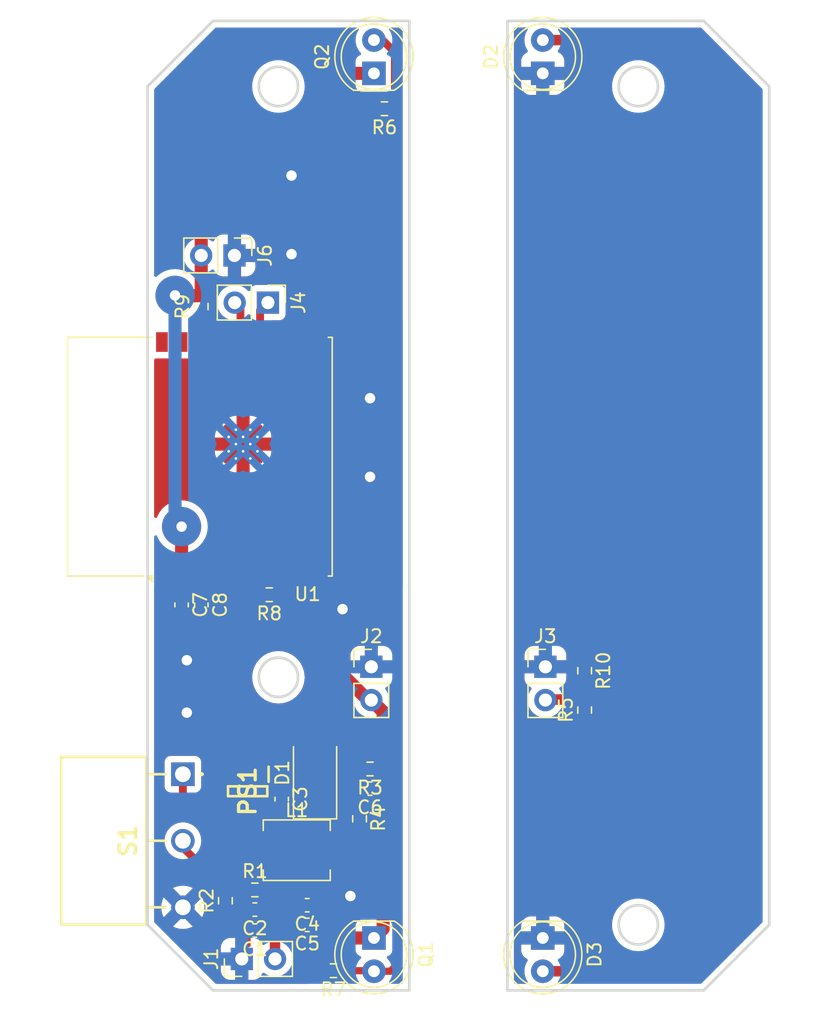
<source format=kicad_pcb>
(kicad_pcb (version 20240108) (generator "pcbnew") (generator_version "8.0")
  (layers (0 "F.Cu" signal) (31 "B.Cu" signal) (34 "B.Paste" user) (35 "F.Paste" user) (36 "B.SilkS" user "B.Silkscreen") (37 "F.SilkS" user "F.Silkscreen") (38 "B.Mask" user) (39 "F.Mask" user) (44 "Edge.Cuts" user))
  (net 0 "")
  (net 1 "GND")
  (net 2 "+BATT")
  (net 3 "Net-(PS1-BST)")
  (net 4 "Net-(D1-K)")
  (net 5 "+3.3V")
  (net 6 "/V_FB")
  (net 7 "Net-(D2-A)")
  (net 8 "Net-(D3-A)")
  (net 9 "Net-(PS1-EN)")
  (net 10 "/SecondSensor")
  (net 11 "/FirstSensor")
  (net 12 "Net-(S1-NO)")
  (net 13 "Net-(U1-IO2)")
  (net 14 "Net-(U1-IO8)")
  (net 15 "Net-(U1-IO9)")
  (net 18 "/D-")
  (net 25 "/D+")
  (footprint "Resistor_SMD:R_0603_1608Metric" (layer "F.Cu") (at 53.2 146.533208)
    (property "Reference" "R1" (at 0 -1.43 0) (layer "F.SilkS"))
    (property "Value" "10k")
    (fp_line (start -0.237258 -0.5225) (end 0.237258 -0.5225) (stroke (width 0.12)) (layer "F.SilkS"))
    (fp_line (start -0.237258 0.5225) (end 0.237258 0.5225) (stroke (width 0.12)) (layer "F.SilkS"))
    (pad "1" smd roundrect (at -0.825 0) (size 0.8 0.95) (layers "F.Cu" "F.Paste" "F.Mask") (net 12 "Net-(S1-NO)"))
    (pad "2" smd roundrect (at 0.825 0) (size 0.8 0.95) (layers "F.Cu" "F.Paste" "F.Mask") (net 2 "+BATT"))
  )
  (footprint "Capacitor_SMD:C_0603_1608Metric" (layer "F.Cu") (at 57.2 147.7 180)
    (property "Reference" "C4" (at 0 -1.43 0) (layer "F.SilkS"))
    (property "Value" "22u")
    (fp_line (start -0.14058 0.51) (end 0.14058 0.51) (stroke (width 0.12)) (layer "F.SilkS"))
    (fp_line (start -0.14058 -0.51) (end 0.14058 -0.51) (stroke (width 0.12)) (layer "F.SilkS"))
    (pad "1" smd roundrect (at -0.775 0 180) (size 0.9 0.95) (layers "F.Cu" "F.Paste" "F.Mask") (net 5 "+3.3V"))
    (pad "2" smd roundrect (at 0.775 0 180) (size 0.9 0.95) (layers "F.Cu" "F.Paste" "F.Mask") (net 1 "GND"))
  )
  (footprint "LED_THT:LED_D5.0mm_Clear" (layer "F.Cu") (at 62.3 84.2 90)
    (property "Reference" "Q2" (at 1.27 -3.96 90) (layer "F.SilkS"))
    (property "Value" "BPW40")
    (fp_line (start -1.29 -1.545) (end -1.29 1.545) (stroke (width 0.12)) (layer "F.SilkS"))
    (fp_arc (start -1.29 -1.54483) (mid 2.072002 -2.880433) (end 4.26 0.000462) (stroke (width 0.12)) (layer "F.SilkS"))
    (fp_arc (start 4.26 -0.000462) (mid 2.072002 2.880433) (end -1.29 1.54483) (stroke (width 0.12)) (layer "F.SilkS"))
    (fp_circle (center 1.27 0) (end 3.77 0) (stroke (width 0.12)) (fill none) (layer "F.SilkS"))
    (pad "1" thru_hole rect (at 0 0 90) (size 1.8 1.8) (drill 0.9) (layers "*.Cu" "*.Mask") (net 5 "+3.3V"))
    (pad "2" thru_hole circle (at 2.54 0 90) (size 1.8 1.8) (drill 0.9) (layers "*.Cu" "*.Mask") (net 11 "/FirstSensor"))
  )
  (footprint "Resistor_SMD:R_0603_1608Metric" (layer "F.Cu") (at 61.2 141.1 -90)
    (property "Reference" "R4" (at 0 -1.43 90) (layer "F.SilkS"))
    (property "Value" "3.3k")
    (fp_line (start -0.237258 0.5225) (end 0.237258 0.5225) (stroke (width 0.12)) (layer "F.SilkS"))
    (fp_line (start -0.237258 -0.5225) (end 0.237258 -0.5225) (stroke (width 0.12)) (layer "F.SilkS"))
    (pad "1" smd roundrect (at -0.825 0 270) (size 0.8 0.95) (layers "F.Cu" "F.Paste" "F.Mask") (net 6 "/V_FB"))
    (pad "2" smd roundrect (at 0.825 0 270) (size 0.8 0.95) (layers "F.Cu" "F.Paste" "F.Mask") (net 1 "GND"))
  )
  (footprint "Connector_PinHeader_2.54mm:PinHeader_1x02_P2.54mm_Vertical" (layer "F.Cu") (at 54.2 101.7 -90)
    (property "Reference" "J4" (at 0 -2.33 90) (layer "F.SilkS"))
    (property "Value" "Conn_01x02")
    (fp_line (start -1.33 3.87) (end 1.33 3.87) (stroke (width 0.12)) (layer "F.SilkS"))
    (fp_line (start -1.33 1.27) (end -1.33 3.87) (stroke (width 0.12)) (layer "F.SilkS"))
    (fp_line (start -1.33 1.27) (end 1.33 1.27) (stroke (width 0.12)) (layer "F.SilkS"))
    (fp_line (start 1.33 1.27) (end 1.33 3.87) (stroke (width 0.12)) (layer "F.SilkS"))
    (fp_line (start -1.33 0) (end -1.33 -1.33) (stroke (width 0.12)) (layer "F.SilkS"))
    (fp_line (start -1.33 -1.33) (end 0 -1.33) (stroke (width 0.12)) (layer "F.SilkS"))
    (pad "1" thru_hole rect (at 0 0 270) (size 1.7 1.7) (drill 1) (layers "*.Cu" "*.Mask") (net 18 "/D-"))
    (pad "2" thru_hole oval (at 0 2.54 270) (size 1.7 1.7) (drill 1) (layers "*.Cu" "*.Mask") (net 25 "/D+"))
  )
  (footprint "Resistor_SMD:R_0603_1608Metric" (layer "F.Cu") (at 78.4 132.8 90)
    (property "Reference" "R5" (at 0 -1.43 90) (layer "F.SilkS"))
    (property "Value" "R")
    (fp_line (start -0.237258 -0.5225) (end 0.237258 -0.5225) (stroke (width 0.12)) (layer "F.SilkS"))
    (fp_line (start -0.237258 0.5225) (end 0.237258 0.5225) (stroke (width 0.12)) (layer "F.SilkS"))
    (pad "1" smd roundrect (at -0.825 0 90) (size 0.8 0.95) (layers "F.Cu" "F.Paste" "F.Mask") (net 8 "Net-(D3-A)"))
    (pad "2" smd roundrect (at 0.825 0 90) (size 0.8 0.95) (layers "F.Cu" "F.Paste" "F.Mask") (net 5 "+3.3V"))
  )
  (footprint "LED_THT:LED_D5.0mm_Clear" (layer "F.Cu") (at 75.2 84.2 90)
    (property "Reference" "D2" (at 1.27 -3.96 90) (layer "F.SilkS"))
    (property "Value" "LED")
    (fp_line (start -1.29 -1.545) (end -1.29 1.545) (stroke (width 0.12)) (layer "F.SilkS"))
    (fp_arc (start -1.29 -1.54483) (mid 2.072002 -2.880433) (end 4.26 0.000462) (stroke (width 0.12)) (layer "F.SilkS"))
    (fp_arc (start 4.26 -0.000462) (mid 2.072002 2.880433) (end -1.29 1.54483) (stroke (width 0.12)) (layer "F.SilkS"))
    (fp_circle (center 1.27 0) (end 3.77 0) (stroke (width 0.12)) (fill none) (layer "F.SilkS"))
    (pad "1" thru_hole rect (at 0 0 90) (size 1.8 1.8) (drill 0.9) (layers "*.Cu" "*.Mask") (net 1 "GND"))
    (pad "2" thru_hole circle (at 2.54 0 90) (size 1.8 1.8) (drill 0.9) (layers "*.Cu" "*.Mask") (net 7 "Net-(D2-A)"))
  )
  (footprint "SamacSys:463092691402" (layer "F.Cu") (at 47.7 137.7 -90)
    (property "Reference" "S1" (at 5.08 4.2 90) (layer "F.SilkS") (effects (font (size 1.27 1.27) (thickness 0.254))))
    (property "Value" "EN" (hide yes))
    (fp_line (start -1.32 9.3) (end -1.32 2.8) (stroke (width 0.2)) (layer "F.SilkS"))
    (fp_line (start 11.48 9.3) (end -1.32 9.3) (stroke (width 0.2)) (layer "F.SilkS"))
    (fp_line (start -1.32 2.8) (end 11.48 2.8) (stroke (width 0.2)) (layer "F.SilkS"))
    (fp_line (start 11.48 2.8) (end 11.48 9.3) (stroke (width 0.2)) (layer "F.SilkS"))
    (fp_line (start 0 1.3) (end 0 2.8) (stroke (width 0.2)) (layer "F.SilkS"))
    (fp_line (start 5.08 1.3) (end 5.08 2.8) (stroke (width 0.2)) (layer "F.SilkS"))
    (fp_line (start 10.16 1.3) (end 10.16 2.8) (stroke (width 0.2)) (layer "F.SilkS"))
    (fp_line (start 0 -1.4) (end 0 -1.4) (stroke (width 0.2)) (layer "F.SilkS"))
    (fp_line (start 0 -1.5) (end 0 -1.5) (stroke (width 0.2)) (layer "F.SilkS"))
    (fp_line (start 0 -1.5) (end 0 -1.5) (stroke (width 0.2)) (layer "F.SilkS"))
    (fp_arc (start 0 -1.4) (mid -0.05 -1.45) (end 0 -1.5) (stroke (width 0.2)) (layer "F.SilkS"))
    (fp_arc (start 0 -1.4) (mid -0.05 -1.45) (end 0 -1.5) (stroke (width 0.2)) (layer "F.SilkS"))
    (fp_arc (start 0 -1.5) (mid 0.05 -1.45) (end 0 -1.4) (stroke (width 0.2)) (layer "F.SilkS"))
    (pad "1" thru_hole rect (at 0 0 270) (size 1.8 1.8) (drill 1.2) (layers "*.Cu" "*.Mask") (net 9 "Net-(PS1-EN)"))
    (pad "2" thru_hole circle (at 5.08 0 270) (size 1.8 1.8) (drill 1.2) (layers "*.Cu" "*.Mask") (net 12 "Net-(S1-NO)"))
    (pad "3" thru_hole circle (at 10.16 0 270) (size 1.8 1.8) (drill 1.2) (layers "*.Cu" "*.Mask") (net 1 "GND"))
  )
  (footprint "Connector_PinHeader_2.54mm:PinHeader_1x02_P2.54mm_Vertical" (layer "F.Cu") (at 75.4 129.5)
    (property "Reference" "J3" (at 0 -2.33 0) (layer "F.SilkS"))
    (property "Value" "Conn_01x02")
    (fp_line (start -1.33 -1.33) (end 0 -1.33) (stroke (width 0.12)) (layer "F.SilkS"))
    (fp_line (start -1.33 0) (end -1.33 -1.33) (stroke (width 0.12)) (layer "F.SilkS"))
    (fp_line (start -1.33 1.27) (end -1.33 3.87) (stroke (width 0.12)) (layer "F.SilkS"))
    (fp_line (start -1.33 1.27) (end 1.33 1.27) (stroke (width 0.12)) (layer "F.SilkS"))
    (fp_line (start -1.33 3.87) (end 1.33 3.87) (stroke (width 0.12)) (layer "F.SilkS"))
    (fp_line (start 1.33 1.27) (end 1.33 3.87) (stroke (width 0.12)) (layer "F.SilkS"))
    (pad "1" thru_hole rect (at 0 0) (size 1.7 1.7) (drill 1) (layers "*.Cu" "*.Mask") (net 1 "GND"))
    (pad "2" thru_hole oval (at 0 2.54) (size 1.7 1.7) (drill 1) (layers "*.Cu" "*.Mask") (net 5 "+3.3V"))
  )
  (footprint "LED_THT:LED_D5.0mm_Clear" (layer "F.Cu") (at 75.2 150.2 -90)
    (property "Reference" "D3" (at 1.27 -3.96 90) (layer "F.SilkS"))
    (property "Value" "LED")
    (fp_line (start -1.29 -1.545) (end -1.29 1.545) (stroke (width 0.12)) (layer "F.SilkS"))
    (fp_arc (start 4.26 -0.000462) (mid 2.072002 2.880433) (end -1.29 1.54483) (stroke (width 0.12)) (layer "F.SilkS"))
    (fp_arc (start -1.29 -1.54483) (mid 2.072002 -2.880433) (end 4.26 0.000462) (stroke (width 0.12)) (layer "F.SilkS"))
    (fp_circle (center 1.27 0) (end 3.77 0) (stroke (width 0.12)) (fill none) (layer "F.SilkS"))
    (pad "1" thru_hole rect (at 0 0 270) (size 1.8 1.8) (drill 0.9) (layers "*.Cu" "*.Mask") (net 1 "GND"))
    (pad "2" thru_hole circle (at 2.54 0 270) (size 1.8 1.8) (drill 0.9) (layers "*.Cu" "*.Mask") (net 8 "Net-(D3-A)"))
  )
  (footprint "Resistor_SMD:R_0603_1608Metric" (layer "F.Cu") (at 49.1 102 90)
    (property "Reference" "R9" (at 0 -1.43 90) (layer "F.SilkS"))
    (property "Value" "10k")
    (fp_line (start -0.237258 -0.5225) (end 0.237258 -0.5225) (stroke (width 0.12)) (layer "F.SilkS"))
    (fp_line (start -0.237258 0.5225) (end 0.237258 0.5225) (stroke (width 0.12)) (layer "F.SilkS"))
    (pad "1" smd roundrect (at -0.825 0 90) (size 0.8 0.95) (layers "F.Cu" "F.Paste" "F.Mask") (net 13 "Net-(U1-IO2)"))
    (pad "2" smd roundrect (at 0.825 0 90) (size 0.8 0.95) (layers "F.Cu" "F.Paste" "F.Mask") (net 5 "+3.3V"))
  )
  (footprint "Connector_PinHeader_2.54mm:PinHeader_1x02_P2.54mm_Vertical" (layer "F.Cu") (at 52.2 151.8 90)
    (property "Reference" "J1" (at 0 -2.33 90) (layer "F.SilkS"))
    (property "Value" "Conn_01x02")
    (fp_line (start -1.33 -1.33) (end 0 -1.33) (stroke (width 0.12)) (layer "F.SilkS"))
    (fp_line (start -1.33 0) (end -1.33 -1.33) (stroke (width 0.12)) (layer "F.SilkS"))
    (fp_line (start 1.33 1.27) (end 1.33 3.87) (stroke (width 0.12)) (layer "F.SilkS"))
    (fp_line (start -1.33 1.27) (end 1.33 1.27) (stroke (width 0.12)) (layer "F.SilkS"))
    (fp_line (start -1.33 1.27) (end -1.33 3.87) (stroke (width 0.12)) (layer "F.SilkS"))
    (fp_line (start -1.33 3.87) (end 1.33 3.87) (stroke (width 0.12)) (layer "F.SilkS"))
    (pad "1" thru_hole rect (at 0 0 90) (size 1.7 1.7) (drill 1) (layers "*.Cu" "*.Mask") (net 1 "GND"))
    (pad "2" thru_hole oval (at 0 2.54 90) (size 1.7 1.7) (drill 1) (layers "*.Cu" "*.Mask") (net 2 "+BATT"))
  )
  (footprint "Resistor_SMD:R_0603_1608Metric" (layer "F.Cu") (at 54.3 124 180)
    (property "Reference" "R8" (at 0 -1.43 0) (layer "F.SilkS"))
    (property "Value" "10k")
    (fp_line (start -0.237258 0.5225) (end 0.237258 0.5225) (stroke (width 0.12)) (layer "F.SilkS"))
    (fp_line (start -0.237258 -0.5225) (end 0.237258 -0.5225) (stroke (width 0.12)) (layer "F.SilkS"))
    (pad "1" smd roundrect (at -0.825 0 180) (size 0.8 0.95) (layers "F.Cu" "F.Paste" "F.Mask") (net 14 "Net-(U1-IO8)"))
    (pad "2" smd roundrect (at 0.825 0 180) (size 0.8 0.95) (layers "F.Cu" "F.Paste" "F.Mask") (net 5 "+3.3V"))
  )
  (footprint "Capacitor_SMD:C_0603_1608Metric" (layer "F.Cu") (at 47.6 124.775 -90)
    (property "Reference" "C7" (at 0 -1.43 90) (layer "F.SilkS"))
    (property "Value" "1u")
    (fp_line (start -0.14058 0.51) (end 0.14058 0.51) (stroke (width 0.12)) (layer "F.SilkS"))
    (fp_line (start -0.14058 -0.51) (end 0.14058 -0.51) (stroke (width 0.12)) (layer "F.SilkS"))
    (pad "1" smd roundrect (at -0.775 0 270) (size 0.9 0.95) (layers "F.Cu" "F.Paste" "F.Mask") (net 5 "+3.3V"))
    (pad "2" smd roundrect (at 0.775 0 270) (size 0.9 0.95) (layers "F.Cu" "F.Paste" "F.Mask") (net 1 "GND"))
  )
  (footprint "Capacitor_SMD:C_0603_1608Metric" (layer "F.Cu") (at 49.11 124.775 -90)
    (property "Reference" "C8" (at 0 -1.43 90) (layer "F.SilkS"))
    (property "Value" "10n")
    (fp_line (start -0.14058 0.51) (end 0.14058 0.51) (stroke (width 0.12)) (layer "F.SilkS"))
    (fp_line (start -0.14058 -0.51) (end 0.14058 -0.51) (stroke (width 0.12)) (layer "F.SilkS"))
    (pad "1" smd roundrect (at -0.775 0 270) (size 0.9 0.95) (layers "F.Cu" "F.Paste" "F.Mask") (net 5 "+3.3V"))
    (pad "2" smd roundrect (at 0.775 0 270) (size 0.9 0.95) (layers "F.Cu" "F.Paste" "F.Mask") (net 1 "GND"))
  )
  (footprint "Resistor_SMD:R_0603_1608Metric" (layer "F.Cu") (at 50.949069 147.358208 90)
    (property "Reference" "R2" (at 0 -1.43 90) (layer "F.SilkS"))
    (property "Value" "2k")
    (fp_line (start -0.237258 -0.5225) (end 0.237258 -0.5225) (stroke (width 0.12)) (layer "F.SilkS"))
    (fp_line (start -0.237258 0.5225) (end 0.237258 0.5225) (stroke (width 0.12)) (layer "F.SilkS"))
    (pad "1" smd roundrect (at -0.825 0 90) (size 0.8 0.95) (layers "F.Cu" "F.Paste" "F.Mask") (net 1 "GND"))
    (pad "2" smd roundrect (at 0.825 0 90) (size 0.8 0.95) (layers "F.Cu" "F.Paste" "F.Mask") (net 12 "Net-(S1-NO)"))
  )
  (footprint "SamacSys:SOT95P285X140-6N" (layer "F.Cu") (at 52.65 139 -90)
    (property "Reference" "PS1" (at 0 0 90) (layer "F.SilkS") (effects (font (size 1.27 1.27) (thickness 0.254))))
    (property "Value" "AP5100WG-7" (hide yes))
    (fp_line (start -0.375 1.5) (end -0.375 -1.5) (stroke (width 0.2)) (layer "F.SilkS"))
    (fp_line (start 0.375 1.5) (end -0.375 1.5) (stroke (width 0.2)) (layer "F.SilkS"))
    (fp_line (start -0.375 -1.5) (end 0.375 -1.5) (stroke (width 0.2)) (layer "F.SilkS"))
    (fp_line (start 0.375 -1.5) (end 0.375 1.5) (stroke (width 0.2)) (layer "F.SilkS"))
    (fp_line (start -1.875 -1.6) (end -0.725 -1.6) (stroke (width 0.2)) (layer "F.SilkS"))
    (pad "1" smd rect (at -1.3 -0.95) (size 0.6 1.15) (layers "F.Cu" "F.Paste" "F.Mask") (net 3 "Net-(PS1-BST)"))
    (pad "2" smd rect (at -1.3 0) (size 0.6 1.15) (layers "F.Cu" "F.Paste" "F.Mask") (net 1 "GND"))
    (pad "3" smd rect (at -1.3 0.95) (size 0.6 1.15) (layers "F.Cu" "F.Paste" "F.Mask") (net 6 "/V_FB"))
    (pad "4" smd rect (at 1.3 0.95) (size 0.6 1.15) (layers "F.Cu" "F.Paste" "F.Mask") (net 9 "Net-(PS1-EN)"))
    (pad "5" smd rect (at 1.3 0) (size 0.6 1.15) (layers "F.Cu" "F.Paste" "F.Mask") (net 2 "+BATT"))
    (pad "6" smd rect (at 1.3 -0.95) (size 0.6 1.15) (layers "F.Cu" "F.Paste" "F.Mask") (net 4 "Net-(D1-K)"))
  )
  (footprint "Resistor_SMD:R_0603_1608Metric" (layer "F.Cu") (at 78.4 129.8 -90)
    (property "Reference" "R10" (at 0 -1.43 90) (layer "F.SilkS"))
    (property "Value" "R")
    (fp_line (start -0.237258 0.5225) (end 0.237258 0.5225) (stroke (width 0.12)) (layer "F.SilkS"))
    (fp_line (start -0.237258 -0.5225) (end 0.237258 -0.5225) (stroke (width 0.12)) (layer "F.SilkS"))
    (pad "1" smd roundrect (at -0.825 0 270) (size 0.8 0.95) (layers "F.Cu" "F.Paste" "F.Mask") (net 7 "Net-(D2-A)"))
    (pad "2" smd roundrect (at 0.825 0 270) (size 0.8 0.95) (layers "F.Cu" "F.Paste" "F.Mask") (net 5 "+3.3V"))
  )
  (footprint "Inductor_SMD:L_Chilisin_BMRA00040420" (layer "F.Cu") (at 56.4 143.5)
    (property "Reference" "L1" (at 0 -3.05 0) (layer "F.SilkS"))
    (property "Value" "10u/C2921170")
    (fp_line (start -2.56 -2.31) (end -2.56 -1.51) (stroke (width 0.12)) (layer "F.SilkS"))
    (fp_line (start -2.56 -2.31) (end 2.56 -2.31) (stroke (width 0.12)) (layer "F.SilkS"))
    (fp_line (start -2.56 2.31) (end -2.56 1.51) (stroke (width 0.12)) (layer "F.SilkS"))
    (fp_line (start -2.56 2.31) (end 2.56 2.31) (stroke (width 0.12)) (layer "F.SilkS"))
    (fp_line (start 2.56 -2.31) (end 2.56 -1.51) (stroke (width 0.12)) (layer "F.SilkS"))
    (fp_line (start 2.56 2.31) (end 2.56 1.51) (stroke (width 0.12)) (layer "F.SilkS"))
    (pad "1" smd rect (at -1.85 0) (size 1.5 2.5) (layers "F.Cu" "F.Paste" "F.Mask") (net 4 "Net-(D1-K)"))
    (pad "2" smd rect (at 1.85 0) (size 1.5 2.5) (layers "F.Cu" "F.Paste" "F.Mask") (net 5 "+3.3V"))
  )
  (footprint "Diode_SMD:D_SMA" (layer "F.Cu") (at 57.8 137.6 90)
    (property "Reference" "D1" (at 0 -2.5 90) (layer "F.SilkS"))
    (property "Value" "B340A")
    (fp_line (start -3.51 -1.65) (end 2 -1.65) (stroke (width 0.12)) (layer "F.SilkS"))
    (fp_line (start -3.51 -1.65) (end -3.51 1.65) (stroke (width 0.12)) (layer "F.SilkS"))
    (fp_line (start -3.51 1.65) (end 2 1.65) (stroke (width 0.12)) (layer "F.SilkS"))
    (pad "1" smd roundrect (at -2 0 90) (size 2.5 1.8) (layers "F.Cu" "F.Paste" "F.Mask") (roundrect_rratio 0.1388888889) (net 4 "Net-(D1-K)"))
    (pad "2" smd roundrect (at 2 0 90) (size 2.5 1.8) (layers "F.Cu" "F.Paste" "F.Mask") (roundrect_rratio 0.1388888889) (net 1 "GND"))
  )
  (footprint "Capacitor_SMD:C_0603_1608Metric" (layer "F.Cu") (at 53.2 149.633208 180)
    (property "Reference" "C1" (at 0 -1.43 0) (layer "F.SilkS"))
    (property "Value" "10u/1206")
    (fp_line (start -0.14058 0.51) (end 0.14058 0.51) (stroke (width 0.12)) (layer "F.SilkS"))
    (fp_line (start -0.14058 -0.51) (end 0.14058 -0.51) (stroke (width 0.12)) (layer "F.SilkS"))
    (pad "1" smd roundrect (at -0.775 0 180) (size 0.9 0.95) (layers "F.Cu" "F.Paste" "F.Mask") (net 2 "+BATT"))
    (pad "2" smd roundrect (at 0.775 0 180) (size 0.9 0.95) (layers "F.Cu" "F.Paste" "F.Mask") (net 1 "GND"))
  )
  (footprint "Capacitor_SMD:C_0603_1608Metric" (layer "F.Cu") (at 53.2 148.033208 180)
    (property "Reference" "C2" (at 0 -1.43 0) (layer "F.SilkS"))
    (property "Value" "10u/1206")
    (fp_line (start -0.14058 0.51) (end 0.14058 0.51) (stroke (width 0.12)) (layer "F.SilkS"))
    (fp_line (start -0.14058 -0.51) (end 0.14058 -0.51) (stroke (width 0.12)) (layer "F.SilkS"))
    (pad "1" smd roundrect (at -0.775 0 180) (size 0.9 0.95) (layers "F.Cu" "F.Paste" "F.Mask") (net 2 "+BATT"))
    (pad "2" smd roundrect (at 0.775 0 180) (size 0.9 0.95) (layers "F.Cu" "F.Paste" "F.Mask") (net 1 "GND"))
  )
  (footprint "RF_Module:ESP32-C3-WROOM-02" (layer "F.Cu") (at 52.1 113.46 90)
    (property "Reference" "U1" (at -10.5 5.13 0) (layer "F.SilkS"))
    (property "Value" "ESP32-C3-WROOM-02")
    (fp_line (start 9.11 -13.21) (end 9.11 -6.71) (stroke (width 0.12)) (layer "F.SilkS"))
    (fp_line (start -9.11 -13.21) (end 9.11 -13.21) (stroke (width 0.12)) (layer "F.SilkS"))
    (fp_line (start -9.11 -13.21) (end -9.11 -7.4) (stroke (width 0.12)) (layer "F.SilkS"))
    (fp_line (start 9.11 6.71) (end 9.11 7.01) (stroke (width 0.12)) (layer "F.SilkS"))
    (fp_line (start -9.11 6.71) (end -9.11 7.01) (stroke (width 0.12)) (layer "F.SilkS"))
    (fp_line (start -9.11 7.01) (end 9.11 7.01) (stroke (width 0.12)) (layer "F.SilkS"))
    (fp_poly (pts (xy -9.1 -6.7) (xy -9.6 -6.7) (xy -9.1 -7.2) (xy -9.1 -6.7)) (stroke (width 0.12)) (fill solid) (layer "F.SilkS"))
    (pad "1" smd rect (at -8.75 -6 90) (size 1.5 0.9) (layers "F.Cu" "F.Paste" "F.Mask") (net 5 "+3.3V"))
    (pad "2" smd rect (at -8.75 -4.5 90) (size 1.5 0.9) (layers "F.Cu" "F.Paste" "F.Mask") (net 5 "+3.3V"))
    (pad "3" smd rect (at -8.75 -3 90) (size 1.5 0.9) (layers "F.Cu" "F.Paste" "F.Mask"))
    (pad "4" smd rect (at -8.75 -1.5 90) (size 1.5 0.9) (layers "F.Cu" "F.Paste" "F.Mask") (net 10 "/SecondSensor"))
    (pad "5" smd rect (at -8.75 0 90) (size 1.5 0.9) (layers "F.Cu" "F.Paste" "F.Mask"))
    (pad "6" smd rect (at -8.75 1.5 90) (size 1.5 0.9) (layers "F.Cu" "F.Paste" "F.Mask"))
    (pad "7" smd rect (at -8.75 3 90) (size 1.5 0.9) (layers "F.Cu" "F.Paste" "F.Mask") (net 14 "Net-(U1-IO8)"))
    (pad "8" smd rect (at -8.75 4.5 90) (size 1.5 0.9) (layers "F.Cu" "F.Paste" "F.Mask") (net 15 "Net-(U1-IO9)"))
    (pad "9" smd rect (at -8.75 6 90) (size 1.5 0.9) (layers "F.Cu" "F.Paste" "F.Mask") (net 1 "GND"))
    (pad "10" smd rect (at 8.75 6 90) (size 1.5 0.9) (layers "F.Cu" "F.Paste" "F.Mask"))
    (pad "11" smd rect (at 8.75 4.5 90) (size 1.5 0.9) (layers "F.Cu" "F.Paste" "F.Mask"))
    (pad "12" smd rect (at 8.75 3 90) (size 1.5 0.9) (layers "F.Cu" "F.Paste" "F.Mask"))
    (pad "13" smd rect (at 8.75 1.5 90) (size 1.5 0.9) (layers "F.Cu" "F.Paste" "F.Mask") (net 18 "/D-"))
    (pad "14" smd rect (at 8.75 0 90) (size 1.5 0.9) (layers "F.Cu" "F.Paste" "F.Mask") (net 25 "/D+"))
    (pad "15" smd rect (at 8.75 -1.5 90) (size 1.5 0.9) (layers "F.Cu" "F.Paste" "F.Mask") (net 11 "/FirstSensor"))
    (pad "16" smd rect (at 8.75 -3 90) (size 1.5 0.9) (layers "F.Cu" "F.Paste" "F.Mask") (net 13 "Net-(U1-IO2)"))
    (pad "17" smd rect (at 8.75 -4.5 90) (size 1.5 0.9) (layers "F.Cu" "F.Paste" "F.Mask"))
    (pad "18" smd rect (at 8.75 -6 90) (size 1.5 0.9) (layers "F.Cu" "F.Paste" "F.Mask"))
    (pad "19" thru_hole circle (at -0.14 -0.35 90) (size 0.6 0.6) (drill 0.2) (property pad_prop_heatsink) (layers "*.Cu" "F.Mask") (net 1 "GND"))
    (pad "19" thru_hole circle (at -0.14 0.75 90) (size 0.6 0.6) (drill 0.2) (property pad_prop_heatsink) (layers "*.Cu" "F.Mask") (net 1 "GND"))
    (pad "19" thru_hole circle (at 0.41 -0.9 90) (size 0.6 0.6) (drill 0.2) (property pad_prop_heatsink) (layers "*.Cu" "F.Mask") (net 1 "GND"))
    (pad "19" thru_hole circle (at 0.41 0.2 90) (size 0.6 0.6) (drill 0.2) (property pad_prop_heatsink) (layers "*.Cu" "F.Mask") (net 1 "GND"))
    (pad "19" thru_hole circle (at 0.41 1.3 90) (size 0.6 0.6) (drill 0.2) (property pad_prop_heatsink) (layers "*.Cu" "F.Mask") (net 1 "GND"))
    (pad "19" thru_hole circle (at 0.96 -0.35 90) (size 0.6 0.6) (drill 0.2) (property pad_prop_heatsink) (layers "*.Cu" "F.Mask") (net 1 "GND"))
    (pad "19" smd rect (at 0.96 0.2 90) (size 2.9 2.9) (layers "F.Cu" "F.Mask") (net 1 "GND"))
    (pad "19" thru_hole circle (at 0.96 0.75 90) (size 0.6 0.6) (drill 0.2) (property pad_prop_heatsink) (layers "*.Cu" "F.Mask") (net 1 "GND"))
    (pad "19" thru_hole circle (at 1.51 -0.9 90) (size 0.6 0.6) (drill 0.2) (property pad_prop_heatsink) (layers "*.Cu" "F.Mask") (net 1 "GND"))
    (pad "19" thru_hole circle (at 1.51 0.2 90) (size 0.6 0.6) (drill 0.2) (property pad_prop_heatsink) (layers "*.Cu" "F.Mask") (net 1 "GND"))
    (pad "19" thru_hole circle (at 1.51 1.3 90) (size 0.6 0.6) (drill 0.2) (property pad_prop_heatsink) (layers "*.Cu" "F.Mask") (net 1 "GND"))
    (pad "19" thru_hole circle (at 2.06 -0.35 90) (size 0.6 0.6) (drill 0.2) (property pad_prop_heatsink) (layers "*.Cu" "F.Mask") (net 1 "GND"))
    (pad "19" thru_hole circle (at 2.06 0.75 90) (size 0.6 0.6) (drill 0.2) (property pad_prop_heatsink) (layers "*.Cu" "F.Mask") (net 1 "GND"))
    (zone (net 0) (net_name "") (layers "*.Cu") (connect_pads (clearance 0)) (min_thickness 0.254)
      (keepout (tracks not_allowed) (vias not_allowed) (pads not_allowed) (copperpour not_allowed) (footprints not_allowed))
      (fill (thermal_gap 0.508) (thermal_bridge_width 0.508))
      (polygon (pts (xy 45 127.46) (xy 45 99.46) (xy 34 99.46) (xy 34 127.46)))
    )
  )
  (footprint "Resistor_SMD:R_0603_1608Metric" (layer "F.Cu") (at 63.1 86.9 180)
    (property "Reference" "R6" (at 0 -1.43 0) (layer "F.SilkS"))
    (property "Value" "R")
    (fp_line (start -0.237258 0.5225) (end 0.237258 0.5225) (stroke (width 0.12)) (layer "F.SilkS"))
    (fp_line (start -0.237258 -0.5225) (end 0.237258 -0.5225) (stroke (width 0.12)) (layer "F.SilkS"))
    (pad "1" smd roundrect (at -0.825 0 180) (size 0.8 0.95) (layers "F.Cu" "F.Paste" "F.Mask") (net 11 "/FirstSensor"))
    (pad "2" smd roundrect (at 0.825 0 180) (size 0.8 0.95) (layers "F.Cu" "F.Paste" "F.Mask") (net 1 "GND"))
  )
  (footprint "Connector_PinHeader_2.54mm:PinHeader_1x02_P2.54mm_Vertical" (layer "F.Cu") (at 51.64 98.1 -90)
    (property "Reference" "J6" (at 0 -2.33 90) (layer "F.SilkS"))
    (property "Value" "Conn_01x02")
    (fp_line (start -1.33 3.87) (end 1.33 3.87) (stroke (width 0.12)) (layer "F.SilkS"))
    (fp_line (start -1.33 1.27) (end -1.33 3.87) (stroke (width 0.12)) (layer "F.SilkS"))
    (fp_line (start -1.33 1.27) (end 1.33 1.27) (stroke (width 0.12)) (layer "F.SilkS"))
    (fp_line (start 1.33 1.27) (end 1.33 3.87) (stroke (width 0.12)) (layer "F.SilkS"))
    (fp_line (start -1.33 0) (end -1.33 -1.33) (stroke (width 0.12)) (layer "F.SilkS"))
    (fp_line (start -1.33 -1.33) (end 0 -1.33) (stroke (width 0.12)) (layer "F.SilkS"))
    (pad "1" thru_hole rect (at 0 0 270) (size 1.7 1.7) (drill 1) (layers "*.Cu" "*.Mask") (net 1 "GND"))
    (pad "2" thru_hole oval (at 0 2.54 270) (size 1.7 1.7) (drill 1) (layers "*.Cu" "*.Mask") (net 5 "+3.3V"))
  )
  (footprint "Connector_PinHeader_2.54mm:PinHeader_1x02_P2.54mm_Vertical" (layer "F.Cu") (at 62.1 129.5)
    (property "Reference" "J2" (at 0 -2.33 0) (layer "F.SilkS"))
    (property "Value" "Conn_01x02")
    (fp_line (start -1.33 -1.33) (end 0 -1.33) (stroke (width 0.12)) (layer "F.SilkS"))
    (fp_line (start -1.33 0) (end -1.33 -1.33) (stroke (width 0.12)) (layer "F.SilkS"))
    (fp_line (start -1.33 1.27) (end -1.33 3.87) (stroke (width 0.12)) (layer "F.SilkS"))
    (fp_line (start -1.33 1.27) (end 1.33 1.27) (stroke (width 0.12)) (layer "F.SilkS"))
    (fp_line (start -1.33 3.87) (end 1.33 3.87) (stroke (width 0.12)) (layer "F.SilkS"))
    (fp_line (start 1.33 1.27) (end 1.33 3.87) (stroke (width 0.12)) (layer "F.SilkS"))
    (pad "1" thru_hole rect (at 0 0) (size 1.7 1.7) (drill 1) (layers "*.Cu" "*.Mask") (net 1 "GND"))
    (pad "2" thru_hole oval (at 0 2.54) (size 1.7 1.7) (drill 1) (layers "*.Cu" "*.Mask") (net 5 "+3.3V"))
  )
  (footprint "Capacitor_SMD:C_0603_1608Metric" (layer "F.Cu") (at 55.25 139.6 -90)
    (property "Reference" "C3" (at 0 -1.43 90) (layer "F.SilkS"))
    (property "Value" "22n")
    (fp_line (start -0.14058 0.51) (end 0.14058 0.51) (stroke (width 0.12)) (layer "F.SilkS"))
    (fp_line (start -0.14058 -0.51) (end 0.14058 -0.51) (stroke (width 0.12)) (layer "F.SilkS"))
    (pad "1" smd roundrect (at -0.775 0 270) (size 0.9 0.95) (layers "F.Cu" "F.Paste" "F.Mask") (net 3 "Net-(PS1-BST)"))
    (pad "2" smd roundrect (at 0.775 0 270) (size 0.9 0.95) (layers "F.Cu" "F.Paste" "F.Mask") (net 4 "Net-(D1-K)"))
  )
  (footprint "Resistor_SMD:R_0603_1608Metric" (layer "F.Cu") (at 59.2 152.7 180)
    (property "Reference" "R7" (at 0 -1.43 0) (layer "F.SilkS"))
    (property "Value" "R")
    (fp_line (start -0.237258 0.5225) (end 0.237258 0.5225) (stroke (width 0.12)) (layer "F.SilkS"))
    (fp_line (start -0.237258 -0.5225) (end 0.237258 -0.5225) (stroke (width 0.12)) (layer "F.SilkS"))
    (pad "1" smd roundrect (at -0.825 0 180) (size 0.8 0.95) (layers "F.Cu" "F.Paste" "F.Mask") (net 10 "/SecondSensor"))
    (pad "2" smd roundrect (at 0.825 0 180) (size 0.8 0.95) (layers "F.Cu" "F.Paste" "F.Mask") (net 1 "GND"))
  )
  (footprint "Capacitor_SMD:C_0603_1608Metric" (layer "F.Cu") (at 62 138.8 180)
    (property "Reference" "C6" (at 0 -1.43 0) (layer "F.SilkS"))
    (property "Value" "100p")
    (fp_line (start -0.14058 0.51) (end 0.14058 0.51) (stroke (width 0.12)) (layer "F.SilkS"))
    (fp_line (start -0.14058 -0.51) (end 0.14058 -0.51) (stroke (width 0.12)) (layer "F.SilkS"))
    (pad "1" smd roundrect (at -0.775 0 180) (size 0.9 0.95) (layers "F.Cu" "F.Paste" "F.Mask") (net 5 "+3.3V"))
    (pad "2" smd roundrect (at 0.775 0 180) (size 0.9 0.95) (layers "F.Cu" "F.Paste" "F.Mask") (net 6 "/V_FB"))
  )
  (footprint "LED_THT:LED_D5.0mm_Clear" (layer "F.Cu") (at 62.3 150.2 -90)
    (property "Reference" "Q1" (at 1.27 -3.96 90) (layer "F.SilkS"))
    (property "Value" "BPW40")
    (fp_line (start -1.29 -1.545) (end -1.29 1.545) (stroke (width 0.12)) (layer "F.SilkS"))
    (fp_arc (start 4.26 -0.000462) (mid 2.072002 2.880433) (end -1.29 1.54483) (stroke (width 0.12)) (layer "F.SilkS"))
    (fp_arc (start -1.29 -1.54483) (mid 2.072002 -2.880433) (end 4.26 0.000462) (stroke (width 0.12)) (layer "F.SilkS"))
    (fp_circle (center 1.27 0) (end 3.77 0) (stroke (width 0.12)) (fill none) (layer "F.SilkS"))
    (pad "1" thru_hole rect (at 0 0 270) (size 1.8 1.8) (drill 0.9) (layers "*.Cu" "*.Mask") (net 5 "+3.3V"))
    (pad "2" thru_hole circle (at 2.54 0 270) (size 1.8 1.8) (drill 0.9) (layers "*.Cu" "*.Mask") (net 10 "/SecondSensor"))
  )
  (footprint "Resistor_SMD:R_0603_1608Metric" (layer "F.Cu") (at 62 137.3 180)
    (property "Reference" "R3" (at 0 -1.43 0) (layer "F.SilkS"))
    (property "Value" "10k")
    (fp_line (start -0.237258 0.5225) (end 0.237258 0.5225) (stroke (width 0.12)) (layer "F.SilkS"))
    (fp_line (start -0.237258 -0.5225) (end 0.237258 -0.5225) (stroke (width 0.12)) (layer "F.SilkS"))
    (pad "1" smd roundrect (at -0.825 0 180) (size 0.8 0.95) (layers "F.Cu" "F.Paste" "F.Mask") (net 5 "+3.3V"))
    (pad "2" smd roundrect (at 0.825 0 180) (size 0.8 0.95) (layers "F.Cu" "F.Paste" "F.Mask") (net 6 "/V_FB"))
  )
  (footprint "Capacitor_SMD:C_0603_1608Metric" (layer "F.Cu") (at 57.2 149.2 180)
    (property "Reference" "C5" (at 0 -1.43 0) (layer "F.SilkS"))
    (property "Value" "22u")
    (fp_line (start -0.14058 0.51) (end 0.14058 0.51) (stroke (width 0.12)) (layer "F.SilkS"))
    (fp_line (start -0.14058 -0.51) (end 0.14058 -0.51) (stroke (width 0.12)) (layer "F.SilkS"))
    (pad "1" smd roundrect (at -0.775 0 180) (size 0.9 0.95) (layers "F.Cu" "F.Paste" "F.Mask") (net 5 "+3.3V"))
    (pad "2" smd roundrect (at 0.775 0 180) (size 0.9 0.95) (layers "F.Cu" "F.Paste" "F.Mask") (net 1 "GND"))
  )
  (gr_line (start 50 154.2) (end 45 149.2) (stroke (width 0.2)) (layer "Edge.Cuts"))
  (gr_line (start 50 80.2) (end 65 80.2) (stroke (width 0.2)) (layer "Edge.Cuts"))
  (gr_line (start 45 85.2) (end 50 80.2) (stroke (width 0.2)) (layer "Edge.Cuts"))
  (gr_line (start 72.5 154.2) (end 72.5 80.2) (stroke (width 0.2)) (layer "Edge.Cuts"))
  (gr_circle (center 82.5 149.2) (end 84 149.2) (stroke (width 0.2)) (fill none) (layer "Edge.Cuts"))
  (gr_circle (center 82.5 85.2) (end 84 85.2) (stroke (width 0.2)) (fill none) (layer "Edge.Cuts"))
  (gr_line (start 87.5 80.2) (end 92.5 85.2) (stroke (width 0.2)) (layer "Edge.Cuts"))
  (gr_line (start 45 149.2) (end 45 85.2) (stroke (width 0.2)) (layer "Edge.Cuts"))
  (gr_line (start 72.5 80.2) (end 87.5 80.2) (stroke (width 0.2)) (layer "Edge.Cuts"))
  (gr_line (start 92.5 85.2) (end 92.5 149.2) (stroke (width 0.2)) (layer "Edge.Cuts"))
  (gr_line (start 65 154.2) (end 50 154.2) (stroke (width 0.2)) (layer "Edge.Cuts"))
  (gr_line (start 87.5 154.2) (end 72.5 154.2) (stroke (width 0.2)) (layer "Edge.Cuts"))
  (gr_circle (center 55 130.3) (end 53.5 130.3) (stroke (width 0.2)) (fill none) (layer "Edge.Cuts"))
  (gr_line (start 92.5 149.2) (end 87.5 154.2) (stroke (width 0.2)) (layer "Edge.Cuts"))
  (gr_circle (center 55 85.2) (end 53.5 85.2) (stroke (width 0.2)) (fill none) (layer "Edge.Cuts"))
  (gr_line (start 65 80.2) (end 65 154.2) (stroke (width 0.2)) (layer "Edge.Cuts"))
  (segment (start 50.949069 148.183208) (end 52.275 148.183208) (width 0.8) (layer "F.Cu") (net 1))
  (segment (start 52.35 138.95) (end 50.4 138.95) (width 0.6) (layer "F.Cu") (net 1))
  (segment (start 52.65 138.65) (end 52.35 138.95) (width 0.6) (layer "F.Cu") (net 1))
  (segment (start 52.65 137.7) (end 52.65 135.35) (width 0.6) (layer "F.Cu") (net 1))
  (segment (start 52.425 149.633208) (end 52.425 148.033208) (width 0.8) (layer "F.Cu") (net 1))
  (segment (start 52.65 135.35) (end 53.4 134.6) (width 0.6) (layer "F.Cu") (net 1))
  (segment (start 52.275 148.183208) (end 52.425 148.033208) (width 0.8) (layer "F.Cu") (net 1))
  (segment (start 52.65 137.7) (end 52.65 138.65) (width 0.6) (layer "F.Cu") (net 1))
  (segment (start 56.425 147.7) (end 56.425 149.2) (width 0.9) (layer "F.Cu") (net 1))
  (via (at 60.5 147) (size 3) (drill 0.8) (layers "F.Cu" "B.Cu") (net 1))
  (via (at 59.9 125.1) (size 3) (drill 0.8) (layers "F.Cu" "B.Cu") (net 1))
  (via (at 62 109) (size 3) (drill 0.8) (layers "F.Cu" "B.Cu") (net 1))
  (via (at 56 98) (size 3) (drill 0.8) (layers "F.Cu" "B.Cu") (net 1))
  (via (at 48 133) (size 3) (drill 0.8) (layers "F.Cu" "B.Cu") (net 1))
  (via (at 56 92) (size 3) (drill 0.8) (layers "F.Cu" "B.Cu") (net 1))
  (via (at 62 115) (size 3) (drill 0.8) (layers "F.Cu" "B.Cu") (net 1))
  (via (at 48 129) (size 3) (drill 0.8) (layers "F.Cu" "B.Cu") (net 1))
  (segment (start 53.975 146.583208) (end 54.025 146.533208) (width 0.8) (layer "F.Cu") (net 2))
  (segment (start 52.65 145.158208) (end 54.025 146.533208) (width 0.55) (layer "F.Cu") (net 2))
  (segment (start 52.65 140.3) (end 52.65 145.158208) (width 0.55) (layer "F.Cu") (net 2))
  (segment (start 54.74 151.8) (end 54.74 150.398208) (width 0.8) (layer "F.Cu") (net 2))
  (segment (start 54.74 150.398208) (end 53.975 149.633208) (width 0.8) (layer "F.Cu") (net 2))
  (segment (start 53.975 149.633208) (end 53.975 146.583208) (width 0.8) (layer "F.Cu") (net 2))
  (segment (start 54.125 137.7) (end 55.25 138.825) (width 0.55) (layer "F.Cu") (net 3))
  (segment (start 53.6 137.7) (end 54.125 137.7) (width 0.55) (layer "F.Cu") (net 3))
  (segment (start 57.025 140.375) (end 57.8 139.6) (width 0.8) (layer "F.Cu") (net 4))
  (segment (start 55.25 140.375) (end 57.025 140.375) (width 0.8) (layer "F.Cu") (net 4))
  (segment (start 53.6 140.3) (end 53.6 142.55) (width 0.6) (layer "F.Cu") (net 4))
  (segment (start 53.6 140.3) (end 55.175 140.3) (width 0.6) (layer "F.Cu") (net 4))
  (segment (start 53.6 142.55) (end 54.55 143.5) (width 0.6) (layer "F.Cu") (net 4))
  (segment (start 55.175 140.3) (end 55.25 140.375) (width 0.6) (layer "F.Cu") (net 4))
  (segment (start 63 149.5) (end 62.3 150.2) (width 1) (layer "F.Cu") (net 5))
  (segment (start 53.9 125.4) (end 55.2 125.4) (width 1) (layer "F.Cu") (net 5))
  (segment (start 47.6 122.21) (end 47.6 118.8) (width 1) (layer "F.Cu") (net 5))
  (segment (start 63 132.94) (end 63 149.5) (width 1) (layer "F.Cu") (net 5))
  (segment (start 47.1 101.15) (end 47.125 101.175) (width 1) (layer "F.Cu") (net 5))
  (segment (start 49.1 94.8) (end 59.7 84.2) (width 1) (layer "F.Cu") (net 5))
  (segment (start 55.2 125.4) (end 61.84 132.04) (width 1) (layer "F.Cu") (net 5))
  (segment (start 58.975 150.2) (end 57.975 149.2) (width 1) (layer "F.Cu") (net 5))
  (segment (start 53.475 124.975) (end 53.9 125.4) (width 1) (layer "F.Cu") (net 5))
  (segment (start 47.125 101.175) (end 49.1 101.175) (width 1) (layer "F.Cu") (net 5))
  (segment (start 75.44 132) (end 78.375 132) (width 0.8) (layer "F.Cu") (net 5))
  (segment (start 78.375 132) (end 78.4 131.975) (width 0.8) (layer "F.Cu") (net 5))
  (segment (start 62.1 132.04) (end 63 132.94) (width 1) (layer "F.Cu") (net 5))
  (segment (start 47.6 122.21) (end 47.6 124) (width 1) (layer "F.Cu") (net 5))
  (segment (start 53.475 124) (end 53.475 124.975) (width 1) (layer "F.Cu") (net 5))
  (segment (start 57.975 147.7) (end 57.975 143.775) (width 1) (layer "F.Cu") (net 5))
  (segment (start 57.975 149.2) (end 57.975 147.7) (width 1) (layer "F.Cu") (net 5))
  (segment (start 49.11 124) (end 53.475 124) (width 1) (layer "F.Cu") (net 5))
  (segment (start 49.1 98.1) (end 49.1 94.8) (width 1) (layer "F.Cu") (net 5))
  (segment (start 75.4 132.04) (end 75.44 132) (width 0.8) (layer "F.Cu") (net 5))
  (segment (start 49.1 101.175) (end 49.1 98.1) (width 1) (layer "F.Cu") (net 5))
  (segment (start 57.975 143.775) (end 58.25 143.5) (width 1) (layer "F.Cu") (net 5))
  (segment (start 59.7 84.2) (end 62.3 84.2) (width 1) (layer "F.Cu") (net 5))
  (segment (start 47.6 124) (end 49.11 124) (width 1) (layer "F.Cu") (net 5))
  (segment (start 61.84 132.04) (end 62.1 132.04) (width 1) (layer "F.Cu") (net 5))
  (segment (start 62.3 150.2) (end 58.975 150.2) (width 1) (layer "F.Cu") (net 5))
  (segment (start 78.4 130.625) (end 78.4 131.975) (width 0.8) (layer "F.Cu") (net 5))
  (segment (start 46.1 122.21) (end 47.6 122.21) (width 1) (layer "F.Cu") (net 5))
  (via (at 47.6 118.8) (size 3) (drill 0.8) (layers "F.Cu" "B.Cu") (net 5))
  (via (at 47.1 101.15) (size 3) (drill 0.8) (layers "F.Cu" "B.Cu") (net 5))
  (segment (start 47.1 118.3) (end 47.1 101.15) (width 1) (layer "B.Cu") (net 5))
  (segment (start 47.6 118.8) (end 47.1 118.3) (width 1) (layer "B.Cu") (net 5))
  (segment (start 52.9 133.5) (end 59.1 133.5) (width 0.6) (layer "F.Cu") (net 6))
  (segment (start 61.175 137.3) (end 61.175 138.75) (width 0.6) (layer "F.Cu") (net 6))
  (segment (start 61.2 135.6) (end 61.2 137.275) (width 0.6) (layer "F.Cu") (net 6))
  (segment (start 61.175 138.75) (end 61.225 138.8) (width 0.6) (layer "F.Cu") (net 6))
  (segment (start 61.2 137.275) (end 61.175 137.3) (width 0.6) (layer "F.Cu") (net 6))
  (segment (start 51.7 134.7) (end 52.9 133.5) (width 0.6) (layer "F.Cu") (net 6))
  (segment (start 59.1 133.5) (end 61.2 135.6) (width 0.6) (layer "F.Cu") (net 6))
  (segment (start 61.2 140.275) (end 61.2 138.825) (width 0.6) (layer "F.Cu") (net 6))
  (segment (start 61.2 138.825) (end 61.225 138.8) (width 0.6) (layer "F.Cu") (net 6))
  (segment (start 51.7 137.7) (end 51.7 134.7) (width 0.6) (layer "F.Cu") (net 6))
  (segment (start 77.16 81.66) (end 78.4 82.9) (width 0.8) (layer "F.Cu") (net 7))
  (segment (start 75.2 81.66) (end 77.16 81.66) (width 0.8) (layer "F.Cu") (net 7))
  (segment (start 78.4 82.9) (end 78.4 128.975) (width 0.8) (layer "F.Cu") (net 7))
  (segment (start 76.96 152.74) (end 78.4 151.3) (width 0.8) (layer "F.Cu") (net 8))
  (segment (start 75.2 152.74) (end 76.96 152.74) (width 0.8) (layer "F.Cu") (net 8))
  (segment (start 78.4 151.3) (end 78.4 133.625) (width 0.8) (layer "F.Cu") (net 8))
  (segment (start 48.7 140.3) (end 51.7 140.3) (width 0.6) (layer "F.Cu") (net 9))
  (segment (start 47.7 137.7) (end 47.7 139.3) (width 0.6) (layer "F.Cu") (net 9))
  (segment (start 47.7 139.3) (end 48.7 140.3) (width 0.6) (layer "F.Cu") (net 9))
  (segment (start 64.1 152.2) (end 64.1 124.3) (width 0.55) (layer "F.Cu") (net 10))
  (segment (start 51.2 120.5) (end 50.6 121.1) (width 0.55) (layer "F.Cu") (net 10))
  (segment (start 64.1 124.3) (end 60.3 120.5) (width 0.55) (layer "F.Cu") (net 10))
  (segment (start 50.6 121.1) (end 50.6 122.21) (width 0.55) (layer "F.Cu") (net 10))
  (segment (start 62.26 152.7) (end 62.3 152.74) (width 0.55) (layer "F.Cu") (net 10))
  (segment (start 60.3 120.5) (end 51.2 120.5) (width 0.55) (layer "F.Cu") (net 10))
  (segment (start 63.56 152.74) (end 64.1 152.2) (width 0.55) (layer "F.Cu") (net 10))
  (segment (start 60.025 152.7) (end 62.26 152.7) (width 0.55) (layer "F.Cu") (net 10))
  (segment (start 62.3 152.74) (end 63.56 152.74) (width 0.55) (layer "F.Cu") (net 10))
  (segment (start 63.9 82.6) (end 63.9 86.875) (width 0.6) (layer "F.Cu") (net 11))
  (segment (start 50.6 106.1) (end 50.6 104.71) (width 0.6) (layer "F.Cu") (net 11))
  (segment (start 63.925 86.9) (end 63.925 102.175) (width 0.6) (layer "F.Cu") (net 11))
  (segment (start 63.925 102.175) (end 59.4 106.7) (width 0.6) (layer "F.Cu") (net 11))
  (segment (start 51.2 106.7) (end 50.6 106.1) (width 0.6) (layer "F.Cu") (net 11))
  (segment (start 63.9 86.875) (end 63.925 86.9) (width 0.6) (layer "F.Cu") (net 11))
  (segment (start 59.4 106.7) (end 51.2 106.7) (width 0.6) (layer "F.Cu") (net 11))
  (segment (start 62.3 81.66) (end 62.96 81.66) (width 0.6) (layer "F.Cu") (net 11))
  (segment (start 62.96 81.66) (end 63.9 82.6) (width 0.6) (layer "F.Cu") (net 11))
  (segment (start 47.7 142.78) (end 47.7 143.284139) (width 0.6) (layer "F.Cu") (net 12))
  (segment (start 52.375 146.533208) (end 50.949069 146.533208) (width 0.6) (layer "F.Cu") (net 12))
  (segment (start 47.7 143.284139) (end 50.949069 146.533208) (width 0.6) (layer "F.Cu") (net 12))
  (segment (start 49.1 102.825) (end 49.1 104.71) (width 0.6) (layer "F.Cu") (net 13))
  (segment (start 55.1 123.975) (end 55.125 124) (width 0.6) (layer "F.Cu") (net 14))
  (segment (start 55.1 122.21) (end 55.1 123.975) (width 0.6) (layer "F.Cu") (net 14))
  (segment (start 53.6 102.3) (end 54.2 101.7) (width 0.6) (layer "F.Cu") (net 18))
  (segment (start 53.6 104.71) (end 53.6 102.3) (width 0.6) (layer "F.Cu") (net 18))
  (segment (start 52.1 104.71) (end 52.1 102.14) (width 0.6) (layer "F.Cu") (net 25))
  (segment (start 52.1 102.14) (end 51.66 101.7) (width 0.6) (layer "F.Cu") (net 25))
  (zone (net 1) (net_name "GND") (layers "F&B.Cu") (name "GND") (connect_pads (clearance 0.5)) (min_thickness 0.25) (fill yes (thermal_gap 0.75) (thermal_bridge_width 1))
    (polygon (pts (xy 97.4 78.6) (xy 97.4 156.8) (xy 40.2 156.8) (xy 40.2 78.6)))
  )
)
</source>
